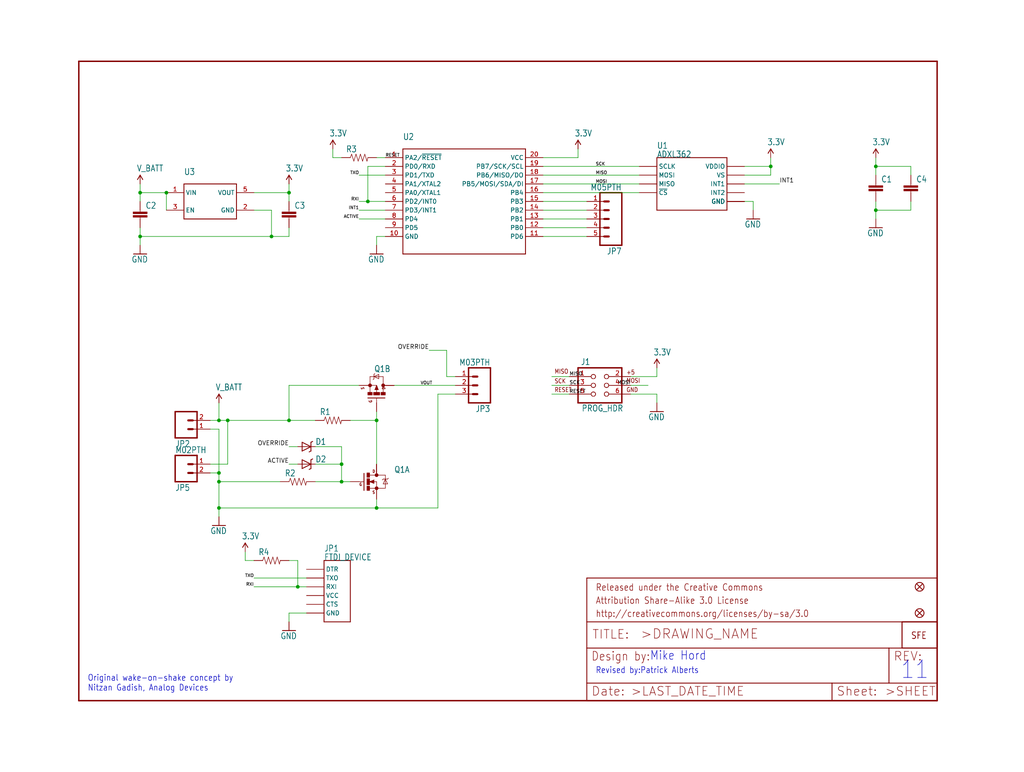
<source format=kicad_sch>
(kicad_sch (version 20211123) (generator eeschema)
  (paper "User" 297.002 223.926)
  (lib_symbols
    (symbol "eagleSchem-eagle-import:0.1UF-25V(+80{slash}-20%)(0603)"
      (property "Reference" "C" (at 1.524 2.921 0))
      (property "Value" "0.1UF-25V(+80{slash}-20%)(0603)" (at 1.524 -2.159 0))
      (symbol "0.1UF-25V(+80{slash}-20%)(0603)_1_0"
        (rectangle (start -2.032 0.508) (end 2.032 1.016) (fill (type outline)))
        (rectangle (start -2.032 1.524) (end 2.032 2.032) (fill (type outline)))
        (polyline (pts (xy 0 0) (xy 0 0.508)) (stroke (width 0.1524)))
        (polyline (pts (xy 0 2.54) (xy 0 2.032)) (stroke (width 0.1524)))
        (pin passive line (at 0 5.08 270) (length 2.54) (name "1") (number "1"))
        (pin passive line (at 0 -2.54 90) (length 2.54) (name "2") (number "2"))
      )
    )
    (symbol "eagleSchem-eagle-import:1.0UF-16V-10%(0603)"
      (property "Reference" "C" (at 1.524 2.921 0))
      (property "Value" "1.0UF-16V-10%(0603)" (at 1.524 -2.159 0))
      (symbol "1.0UF-16V-10%(0603)_1_0"
        (rectangle (start -2.032 0.508) (end 2.032 1.016) (fill (type outline)))
        (rectangle (start -2.032 1.524) (end 2.032 2.032) (fill (type outline)))
        (polyline (pts (xy 0 0) (xy 0 0.508)) (stroke (width 0.1524)))
        (polyline (pts (xy 0 2.54) (xy 0 2.032)) (stroke (width 0.1524)))
        (pin passive line (at 0 5.08 270) (length 2.54) (name "1") (number "1"))
        (pin passive line (at 0 -2.54 90) (length 2.54) (name "2") (number "2"))
      )
    )
    (symbol "eagleSchem-eagle-import:10K-1%RES-00824"
      (property "Reference" "R" (at -3.81 1.4986 0))
      (property "Value" "10K-1%RES-00824" (at -3.81 -3.302 0))
      (symbol "10K-1%RES-00824_1_0"
        (polyline (pts (xy -2.54 0) (xy -2.159 1.016)) (stroke (width 0.1524)))
        (polyline (pts (xy -2.159 1.016) (xy -1.524 -1.016)) (stroke (width 0.1524)))
        (polyline (pts (xy -1.524 -1.016) (xy -0.889 1.016)) (stroke (width 0.1524)))
        (polyline (pts (xy -0.889 1.016) (xy -0.254 -1.016)) (stroke (width 0.1524)))
        (polyline (pts (xy -0.254 -1.016) (xy 0.381 1.016)) (stroke (width 0.1524)))
        (polyline (pts (xy 0.381 1.016) (xy 1.016 -1.016)) (stroke (width 0.1524)))
        (polyline (pts (xy 1.016 -1.016) (xy 1.651 1.016)) (stroke (width 0.1524)))
        (polyline (pts (xy 1.651 1.016) (xy 2.286 -1.016)) (stroke (width 0.1524)))
        (polyline (pts (xy 2.286 -1.016) (xy 2.54 0)) (stroke (width 0.1524)))
        (pin passive line (at -5.08 0 0) (length 2.54) (name "1") (number "1"))
        (pin passive line (at 5.08 0 180) (length 2.54) (name "2") (number "2"))
      )
    )
    (symbol "eagleSchem-eagle-import:1MOHM1{slash}10W1%(0603)"
      (property "Reference" "R" (at -3.81 1.4986 0))
      (property "Value" "1MOHM1{slash}10W1%(0603)" (at -3.81 -3.302 0))
      (symbol "1MOHM1{slash}10W1%(0603)_1_0"
        (polyline (pts (xy -2.54 0) (xy -2.159 1.016)) (stroke (width 0.1524)))
        (polyline (pts (xy -2.159 1.016) (xy -1.524 -1.016)) (stroke (width 0.1524)))
        (polyline (pts (xy -1.524 -1.016) (xy -0.889 1.016)) (stroke (width 0.1524)))
        (polyline (pts (xy -0.889 1.016) (xy -0.254 -1.016)) (stroke (width 0.1524)))
        (polyline (pts (xy -0.254 -1.016) (xy 0.381 1.016)) (stroke (width 0.1524)))
        (polyline (pts (xy 0.381 1.016) (xy 1.016 -1.016)) (stroke (width 0.1524)))
        (polyline (pts (xy 1.016 -1.016) (xy 1.651 1.016)) (stroke (width 0.1524)))
        (polyline (pts (xy 1.651 1.016) (xy 2.286 -1.016)) (stroke (width 0.1524)))
        (polyline (pts (xy 2.286 -1.016) (xy 2.54 0)) (stroke (width 0.1524)))
        (pin passive line (at -5.08 0 0) (length 2.54) (name "1") (number "1"))
        (pin passive line (at 5.08 0 180) (length 2.54) (name "2") (number "2"))
      )
    )
    (symbol "eagleSchem-eagle-import:3.3V" (power)
      (property "Value" "3.3V" (at -1.016 3.556 0))
      (symbol "3.3V_1_0"
        (polyline (pts (xy 0 2.54) (xy -0.762 1.27)) (stroke (width 0.254)))
        (polyline (pts (xy 0.762 1.27) (xy 0 2.54)) (stroke (width 0.254)))
        (pin power_in line (at 0 0 90) (length 2.54) (name "3.3V") (number "1"))
      )
    )
    (symbol "eagleSchem-eagle-import:ADP160"
      (property "Reference" "U" (at -7.62 7.62 0))
      (property "Value" "ADP160" (at -7.62 5.08 0))
      (symbol "ADP160_1_0"
        (polyline (pts (xy -7.62 -5.08) (xy 7.62 -5.08)) (stroke (width 0.254)))
        (polyline (pts (xy -7.62 5.08) (xy -7.62 -5.08)) (stroke (width 0.254)))
        (polyline (pts (xy 7.62 -5.08) (xy 7.62 5.08)) (stroke (width 0.254)))
        (polyline (pts (xy 7.62 5.08) (xy -7.62 5.08)) (stroke (width 0.254)))
        (pin bidirectional line (at -12.7 2.54 0) (length 5.08) (name "VIN") (number "1"))
        (pin bidirectional line (at 12.7 -2.54 180) (length 5.08) (name "GND") (number "2"))
        (pin bidirectional line (at -12.7 -2.54 0) (length 5.08) (name "EN") (number "3"))
        (pin bidirectional line (at 12.7 2.54 180) (length 5.08) (name "VOUT") (number "5"))
      )
    )
    (symbol "eagleSchem-eagle-import:ADXL362ADXL362-1{colon}1"
      (property "Reference" "U" (at -10.16 10.16 0))
      (property "Value" "ADXL362ADXL362-1{colon}1" (at -10.16 7.62 0))
      (symbol "ADXL362ADXL362-1{colon}1_1_0"
        (polyline (pts (xy -10.16 -7.62) (xy 10.16 -7.62)) (stroke (width 0.254)))
        (polyline (pts (xy -10.16 7.62) (xy -10.16 -7.62)) (stroke (width 0.254)))
        (polyline (pts (xy 10.16 -7.62) (xy 10.16 7.62)) (stroke (width 0.254)))
        (polyline (pts (xy 10.16 7.62) (xy -10.16 7.62)) (stroke (width 0.254)))
        (pin bidirectional line (at 15.24 5.08 180) (length 5.08) (name "VDDIO") (number "P$1"))
        (pin bidirectional line (at 15.24 0 180) (length 5.08) (name "INT1") (number "P$11"))
        (pin bidirectional line (at 15.24 -5.08 180) (length 5.08) (name "GND") (number "P$12"))
        (pin bidirectional line (at 15.24 -5.08 180) (length 5.08) (name "GND") (number "P$13"))
        (pin bidirectional line (at 15.24 2.54 180) (length 5.08) (name "VS") (number "P$14"))
        (pin bidirectional line (at 15.24 -5.08 180) (length 5.08) (name "GND") (number "P$16"))
        (pin bidirectional line (at -15.24 5.08 0) (length 5.08) (name "SCLK") (number "P$4"))
        (pin bidirectional line (at -15.24 2.54 0) (length 5.08) (name "MOSI") (number "P$6"))
        (pin bidirectional line (at -15.24 0 0) (length 5.08) (name "MISO") (number "P$7"))
        (pin bidirectional line (at -15.24 -2.54 0) (length 5.08) (name "~{CS}") (number "P$8"))
        (pin bidirectional line (at 15.24 -2.54 180) (length 5.08) (name "INT2") (number "P$9"))
      )
    )
    (symbol "eagleSchem-eagle-import:ATTINY2313A"
      (property "Reference" "U" (at -17.78 17.78 0))
      (property "Value" "ATTINY2313A" (at -17.78 15.24 0))
      (symbol "ATTINY2313A_1_0"
        (polyline (pts (xy -17.78 -15.24) (xy 17.78 -15.24)) (stroke (width 0.254)))
        (polyline (pts (xy -17.78 15.24) (xy -17.78 -15.24)) (stroke (width 0.254)))
        (polyline (pts (xy 17.78 -15.24) (xy 17.78 15.24)) (stroke (width 0.254)))
        (polyline (pts (xy 17.78 15.24) (xy -17.78 15.24)) (stroke (width 0.254)))
        (pin bidirectional line (at -22.86 12.7 0) (length 5.08) (name "PA2/~{RESET}") (number "1"))
        (pin bidirectional line (at -22.86 -10.16 0) (length 5.08) (name "GND") (number "10"))
        (pin bidirectional line (at 22.86 -10.16 180) (length 5.08) (name "PD6") (number "11"))
        (pin bidirectional line (at 22.86 -7.62 180) (length 5.08) (name "PB0") (number "12"))
        (pin bidirectional line (at 22.86 -5.08 180) (length 5.08) (name "PB1") (number "13"))
        (pin bidirectional line (at 22.86 -2.54 180) (length 5.08) (name "PB2") (number "14"))
        (pin bidirectional line (at 22.86 0 180) (length 5.08) (name "PB3") (number "15"))
        (pin bidirectional line (at 22.86 2.54 180) (length 5.08) (name "PB4") (number "16"))
        (pin bidirectional line (at 22.86 5.08 180) (length 5.08) (name "PB5/MOSI/SDA/DI") (number "17"))
        (pin bidirectional line (at 22.86 7.62 180) (length 5.08) (name "PB6/MISO/DO") (number "18"))
        (pin bidirectional line (at 22.86 10.16 180) (length 5.08) (name "PB7/SCK/SCL") (number "19"))
        (pin bidirectional line (at -22.86 10.16 0) (length 5.08) (name "PD0/RXD") (number "2"))
        (pin bidirectional line (at 22.86 12.7 180) (length 5.08) (name "VCC") (number "20"))
        (pin bidirectional line (at -22.86 7.62 0) (length 5.08) (name "PD1/TXD") (number "3"))
        (pin bidirectional line (at -22.86 5.08 0) (length 5.08) (name "PA1/XTAL2") (number "4"))
        (pin bidirectional line (at -22.86 2.54 0) (length 5.08) (name "PA0/XTAL1") (number "5"))
        (pin bidirectional line (at -22.86 0 0) (length 5.08) (name "PD2/INT0") (number "6"))
        (pin bidirectional line (at -22.86 -2.54 0) (length 5.08) (name "PD3/INT1") (number "7"))
        (pin bidirectional line (at -22.86 -5.08 0) (length 5.08) (name "PD4") (number "8"))
        (pin bidirectional line (at -22.86 -7.62 0) (length 5.08) (name "PD5") (number "9"))
      )
    )
    (symbol "eagleSchem-eagle-import:AVR_SPI_PRG_6PTH"
      (property "Reference" "J" (at -4.318 5.842 0))
      (property "Value" "AVR_SPI_PRG_6PTH" (at -4.064 -7.62 0))
      (symbol "AVR_SPI_PRG_6PTH_1_0"
        (polyline (pts (xy -5.08 -5.08) (xy 7.62 -5.08)) (stroke (width 0.4064)))
        (polyline (pts (xy -5.08 5.08) (xy -5.08 -5.08)) (stroke (width 0.4064)))
        (polyline (pts (xy 7.62 -5.08) (xy 7.62 5.08)) (stroke (width 0.4064)))
        (polyline (pts (xy 7.62 5.08) (xy -5.08 5.08)) (stroke (width 0.4064)))
        (text "+5" (at 8.89 3.048 0) (effects (font (size 1.27 1.0795)) (justify left bottom)))
        (text "GND" (at 8.89 -2.032 0) (effects (font (size 1.27 1.0795)) (justify left bottom)))
        (text "MISO" (at -11.938 3.302 0) (effects (font (size 1.27 1.0795)) (justify left bottom)))
        (text "MOSI" (at 8.89 0.635 0) (effects (font (size 1.27 1.0795)) (justify left bottom)))
        (text "RESET" (at -11.938 -2.032 0) (effects (font (size 1.27 1.0795)) (justify left bottom)))
        (text "SCK" (at -11.938 0.508 0) (effects (font (size 1.27 1.0795)) (justify left bottom)))
        (pin passive inverted (at -7.62 2.54 0) (length 7.62) (name "1") (number "1"))
        (pin passive inverted (at 10.16 2.54 180) (length 7.62) (name "2") (number "2"))
        (pin passive inverted (at -7.62 0 0) (length 7.62) (name "3") (number "3"))
        (pin passive inverted (at 10.16 0 180) (length 7.62) (name "4") (number "4"))
        (pin passive inverted (at -7.62 -2.54 0) (length 7.62) (name "5") (number "5"))
        (pin passive inverted (at 10.16 -2.54 180) (length 7.62) (name "6") (number "6"))
      )
    )
    (symbol "eagleSchem-eagle-import:DIODE-SCHOTTKY"
      (property "Reference" "D" (at 2.54 0.4826 0))
      (property "Value" "DIODE-SCHOTTKY" (at 2.54 -2.3114 0))
      (symbol "DIODE-SCHOTTKY_1_0"
        (polyline (pts (xy -1.27 -1.27) (xy 1.27 0)) (stroke (width 0.254)))
        (polyline (pts (xy -1.27 1.27) (xy -1.27 -1.27)) (stroke (width 0.254)))
        (polyline (pts (xy 1.27 -1.27) (xy 0.762 -1.524)) (stroke (width 0.254)))
        (polyline (pts (xy 1.27 0) (xy -1.27 1.27)) (stroke (width 0.254)))
        (polyline (pts (xy 1.27 0) (xy 1.27 -1.27)) (stroke (width 0.254)))
        (polyline (pts (xy 1.27 1.27) (xy 1.27 0)) (stroke (width 0.254)))
        (polyline (pts (xy 1.27 1.27) (xy 1.778 1.524)) (stroke (width 0.254)))
        (pin passive line (at -2.54 0 0) (length 2.54) (name "A") (number "A"))
        (pin passive line (at 2.54 0 180) (length 2.54) (name "C") (number "C"))
      )
    )
    (symbol "eagleSchem-eagle-import:FIDUCIAL1X2"
      (symbol "FIDUCIAL1X2_1_0"
        (polyline (pts (xy -0.762 0.762) (xy 0.762 -0.762)) (stroke (width 0.254)))
        (polyline (pts (xy 0.762 0.762) (xy -0.762 -0.762)) (stroke (width 0.254)))
        (circle (center 0 0) (radius 1.27) (stroke (width 0.254)))
      )
    )
    (symbol "eagleSchem-eagle-import:FRAME-LETTER"
      (symbol "FRAME-LETTER_1_0"
        (polyline (pts (xy 0 0) (xy 248.92 0)) (stroke (width 0.4064)))
        (polyline (pts (xy 0 185.42) (xy 0 0)) (stroke (width 0.4064)))
        (polyline (pts (xy 0 185.42) (xy 248.92 185.42)) (stroke (width 0.4064)))
        (polyline (pts (xy 248.92 185.42) (xy 248.92 0)) (stroke (width 0.4064)))
      )
      (symbol "FRAME-LETTER_2_0"
        (polyline (pts (xy 0 0) (xy 0 5.08)) (stroke (width 0.254)))
        (polyline (pts (xy 0 0) (xy 71.12 0)) (stroke (width 0.254)))
        (polyline (pts (xy 0 5.08) (xy 0 15.24)) (stroke (width 0.254)))
        (polyline (pts (xy 0 5.08) (xy 71.12 5.08)) (stroke (width 0.254)))
        (polyline (pts (xy 0 15.24) (xy 0 22.86)) (stroke (width 0.254)))
        (polyline (pts (xy 0 22.86) (xy 0 35.56)) (stroke (width 0.254)))
        (polyline (pts (xy 0 22.86) (xy 101.6 22.86)) (stroke (width 0.254)))
        (polyline (pts (xy 71.12 0) (xy 101.6 0)) (stroke (width 0.254)))
        (polyline (pts (xy 71.12 5.08) (xy 71.12 0)) (stroke (width 0.254)))
        (polyline (pts (xy 71.12 5.08) (xy 87.63 5.08)) (stroke (width 0.254)))
        (polyline (pts (xy 87.63 5.08) (xy 101.6 5.08)) (stroke (width 0.254)))
        (polyline (pts (xy 87.63 15.24) (xy 0 15.24)) (stroke (width 0.254)))
        (polyline (pts (xy 87.63 15.24) (xy 87.63 5.08)) (stroke (width 0.254)))
        (polyline (pts (xy 101.6 5.08) (xy 101.6 0)) (stroke (width 0.254)))
        (polyline (pts (xy 101.6 15.24) (xy 87.63 15.24)) (stroke (width 0.254)))
        (polyline (pts (xy 101.6 15.24) (xy 101.6 5.08)) (stroke (width 0.254)))
        (polyline (pts (xy 101.6 22.86) (xy 101.6 15.24)) (stroke (width 0.254)))
        (polyline (pts (xy 101.6 35.56) (xy 0 35.56)) (stroke (width 0.254)))
        (polyline (pts (xy 101.6 35.56) (xy 101.6 22.86)) (stroke (width 0.254)))
        (text ">DRAWING_NAME" (at 15.494 17.78 0) (effects (font (size 2.7432 2.7432)) (justify left bottom)))
        (text ">LAST_DATE_TIME" (at 12.7 1.27 0) (effects (font (size 2.54 2.54)) (justify left bottom)))
        (text ">SHEET" (at 86.36 1.27 0) (effects (font (size 2.54 2.54)) (justify left bottom)))
        (text "Attribution Share-Alike 3.0 License" (at 2.54 27.94 0) (effects (font (size 1.9304 1.6408)) (justify left bottom)))
        (text "Date:" (at 1.27 1.27 0) (effects (font (size 2.54 2.54)) (justify left bottom)))
        (text "Design by:" (at 1.27 11.43 0) (effects (font (size 2.54 2.159)) (justify left bottom)))
        (text "http://creativecommons.org/licenses/by-sa/3.0" (at 2.54 24.13 0) (effects (font (size 1.9304 1.6408)) (justify left bottom)))
        (text "Released under the Creative Commons" (at 2.54 31.75 0) (effects (font (size 1.9304 1.6408)) (justify left bottom)))
        (text "REV:" (at 88.9 11.43 0) (effects (font (size 2.54 2.54)) (justify left bottom)))
        (text "Sheet:" (at 72.39 1.27 0) (effects (font (size 2.54 2.54)) (justify left bottom)))
        (text "TITLE:" (at 1.524 17.78 0) (effects (font (size 2.54 2.54)) (justify left bottom)))
      )
    )
    (symbol "eagleSchem-eagle-import:FTDI_DEVICE"
      (property "Reference" "JP" (at 0 10.16 0))
      (property "Value" "FTDI_DEVICE" (at 0 7.62 0))
      (symbol "FTDI_DEVICE_1_0"
        (polyline (pts (xy 0 -10.16) (xy 7.62 -10.16)) (stroke (width 0.254)))
        (polyline (pts (xy 0 7.62) (xy 0 -10.16)) (stroke (width 0.254)))
        (polyline (pts (xy 7.62 -10.16) (xy 7.62 7.62)) (stroke (width 0.254)))
        (polyline (pts (xy 7.62 7.62) (xy 0 7.62)) (stroke (width 0.254)))
        (pin bidirectional line (at -5.08 5.08 0) (length 5.08) (name "DTR") (number "P$1"))
        (pin bidirectional line (at -5.08 2.54 0) (length 5.08) (name "TXO") (number "P$2"))
        (pin bidirectional line (at -5.08 0 0) (length 5.08) (name "RXI") (number "P$3"))
        (pin bidirectional line (at -5.08 -2.54 0) (length 5.08) (name "VCC") (number "P$4"))
        (pin bidirectional line (at -5.08 -5.08 0) (length 5.08) (name "CTS") (number "P$5"))
        (pin bidirectional line (at -5.08 -7.62 0) (length 5.08) (name "GND") (number "P$6"))
      )
    )
    (symbol "eagleSchem-eagle-import:GND" (power)
      (property "Value" "GND" (at -2.54 -2.54 0))
      (symbol "GND_1_0"
        (polyline (pts (xy -1.905 0) (xy 1.905 0)) (stroke (width 0.254)))
        (pin power_in line (at 0 2.54 270) (length 2.54) (name "GND") (number "1"))
      )
    )
    (symbol "eagleSchem-eagle-import:IRF7509"
      (property "Reference" "Q" (at 5.08 2.54 0))
      (property "Value" "IRF7509" (at 5.08 0 0))
      (symbol "IRF7509_1_0"
        (rectangle (start -2.794 -2.54) (end -2.032 -1.27) (fill (type outline)))
        (rectangle (start -2.794 -0.889) (end -2.032 0.889) (fill (type outline)))
        (rectangle (start -2.794 1.27) (end -2.032 2.54) (fill (type outline)))
        (circle (center 0 -1.905) (radius 0.127) (stroke (width 0.4064)))
        (polyline (pts (xy -3.81 0) (xy -5.08 0)) (stroke (width 0.1524)))
        (polyline (pts (xy -3.6576 2.413) (xy -3.6576 -2.54)) (stroke (width 0.254)))
        (polyline (pts (xy -2.032 -1.905) (xy 0 -1.905)) (stroke (width 0.1524)))
        (polyline (pts (xy -2.032 0) (xy -0.762 -0.508)) (stroke (width 0.1524)))
        (polyline (pts (xy -1.778 0) (xy -0.889 -0.254)) (stroke (width 0.3048)))
        (polyline (pts (xy -0.889 -0.254) (xy -0.889 0)) (stroke (width 0.3048)))
        (polyline (pts (xy -0.889 0) (xy -1.143 0)) (stroke (width 0.3048)))
        (polyline (pts (xy -0.889 0) (xy 0 0)) (stroke (width 0.1524)))
        (polyline (pts (xy -0.889 0.254) (xy -1.778 0)) (stroke (width 0.3048)))
        (polyline (pts (xy -0.762 -0.508) (xy -0.762 0.508)) (stroke (width 0.1524)))
        (polyline (pts (xy -0.762 0.508) (xy -2.032 0)) (stroke (width 0.1524)))
        (polyline (pts (xy 0 -1.905) (xy 0 -2.54)) (stroke (width 0.1524)))
        (polyline (pts (xy 0 0) (xy 0 -1.905)) (stroke (width 0.1524)))
        (polyline (pts (xy 0 1.905) (xy -2.0066 1.905)) (stroke (width 0.1524)))
        (polyline (pts (xy 0 1.905) (xy 2.54 1.905)) (stroke (width 0.1524)))
        (polyline (pts (xy 0 2.54) (xy 0 1.905)) (stroke (width 0.1524)))
        (polyline (pts (xy 1.905 -0.635) (xy 3.175 -0.635)) (stroke (width 0.1524)))
        (polyline (pts (xy 1.905 0.762) (xy 1.651 0.508)) (stroke (width 0.1524)))
        (polyline (pts (xy 1.905 0.762) (xy 2.54 0.762)) (stroke (width 0.1524)))
        (polyline (pts (xy 2.54 -1.905) (xy 0 -1.905)) (stroke (width 0.1524)))
        (polyline (pts (xy 2.54 0.762) (xy 1.905 -0.635)) (stroke (width 0.1524)))
        (polyline (pts (xy 2.54 0.762) (xy 2.54 -1.905)) (stroke (width 0.1524)))
        (polyline (pts (xy 2.54 0.762) (xy 3.175 0.762)) (stroke (width 0.1524)))
        (polyline (pts (xy 2.54 1.905) (xy 2.54 0.762)) (stroke (width 0.1524)))
        (polyline (pts (xy 3.175 -0.635) (xy 2.54 0.762)) (stroke (width 0.1524)))
        (polyline (pts (xy 3.175 0.762) (xy 3.429 1.016)) (stroke (width 0.1524)))
        (circle (center 0 1.905) (radius 0.127) (stroke (width 0.4064)))
        (text "D" (at -1.27 2.54 0) (effects (font (size 0.8128 0.6908)) (justify left bottom)))
        (text "G" (at -5.08 -1.27 0) (effects (font (size 0.8128 0.6908)) (justify left bottom)))
        (text "S" (at -1.27 -3.556 0) (effects (font (size 0.8128 0.6908)) (justify left bottom)))
        (pin passive line (at 0 -5.08 90) (length 2.54) (name "S") (number "1"))
        (pin passive line (at -7.62 0 0) (length 2.54) (name "G") (number "2"))
        (pin passive line (at 0 5.08 270) (length 2.54) (name "D") (number "7"))
        (pin passive line (at 0 5.08 270) (length 2.54) (name "D") (number "8"))
      )
      (symbol "IRF7509_2_0"
        (rectangle (start -2.794 -2.54) (end -2.032 -1.27) (fill (type outline)))
        (rectangle (start -2.794 -0.889) (end -2.032 0.889) (fill (type outline)))
        (rectangle (start -2.794 1.27) (end -2.032 2.54) (fill (type outline)))
        (circle (center 0 -1.905) (radius 0.127) (stroke (width 0.4064)))
        (polyline (pts (xy -3.81 0) (xy -5.08 0)) (stroke (width 0.1524)))
        (polyline (pts (xy -3.6576 2.413) (xy -3.6576 -2.54)) (stroke (width 0.254)))
        (polyline (pts (xy -2.032 -1.905) (xy 0 -1.905)) (stroke (width 0.1524)))
        (polyline (pts (xy -1.27 -0.508) (xy 0 0)) (stroke (width 0.1524)))
        (polyline (pts (xy -1.27 0.508) (xy -1.27 -0.508)) (stroke (width 0.1524)))
        (polyline (pts (xy -1.143 -0.254) (xy -0.254 0)) (stroke (width 0.3048)))
        (polyline (pts (xy -1.143 0) (xy -2.032 0)) (stroke (width 0.1524)))
        (polyline (pts (xy -1.143 0) (xy -0.889 0)) (stroke (width 0.3048)))
        (polyline (pts (xy -1.143 0.254) (xy -1.143 0)) (stroke (width 0.3048)))
        (polyline (pts (xy -0.254 0) (xy -1.143 0.254)) (stroke (width 0.3048)))
        (polyline (pts (xy 0 -1.905) (xy 0 -2.54)) (stroke (width 0.1524)))
        (polyline (pts (xy 0 0) (xy -1.27 0.508)) (stroke (width 0.1524)))
        (polyline (pts (xy 0 0) (xy 0 -1.905)) (stroke (width 0.1524)))
        (polyline (pts (xy 0 1.905) (xy -2.0066 1.905)) (stroke (width 0.1524)))
        (polyline (pts (xy 0 1.905) (xy 2.54 1.905)) (stroke (width 0.1524)))
        (polyline (pts (xy 0 2.54) (xy 0 1.905)) (stroke (width 0.1524)))
        (polyline (pts (xy 1.905 -0.762) (xy 1.651 -1.016)) (stroke (width 0.1524)))
        (polyline (pts (xy 1.905 0.635) (xy 2.54 -0.762)) (stroke (width 0.1524)))
        (polyline (pts (xy 2.54 -1.905) (xy 0 -1.905)) (stroke (width 0.1524)))
        (polyline (pts (xy 2.54 -1.905) (xy 2.54 -0.762)) (stroke (width 0.1524)))
        (polyline (pts (xy 2.54 -0.762) (xy 1.905 -0.762)) (stroke (width 0.1524)))
        (polyline (pts (xy 2.54 -0.762) (xy 2.54 1.905)) (stroke (width 0.1524)))
        (polyline (pts (xy 2.54 -0.762) (xy 3.175 0.635)) (stroke (width 0.1524)))
        (polyline (pts (xy 3.175 -0.762) (xy 2.54 -0.762)) (stroke (width 0.1524)))
        (polyline (pts (xy 3.175 -0.762) (xy 3.429 -0.508)) (stroke (width 0.1524)))
        (polyline (pts (xy 3.175 0.635) (xy 1.905 0.635)) (stroke (width 0.1524)))
        (circle (center 0 1.905) (radius 0.127) (stroke (width 0.4064)))
        (text "D" (at -1.27 2.54 0) (effects (font (size 0.8128 0.6908)) (justify left bottom)))
        (text "G" (at -5.08 -1.27 0) (effects (font (size 0.8128 0.6908)) (justify left bottom)))
        (text "S" (at -1.27 -3.556 0) (effects (font (size 0.8128 0.6908)) (justify left bottom)))
        (pin passive line (at 0 -5.08 90) (length 2.54) (name "S") (number "3"))
        (pin passive line (at -7.62 0 0) (length 2.54) (name "G") (number "4"))
        (pin passive line (at 0 5.08 270) (length 2.54) (name "D") (number "5"))
        (pin passive line (at 0 5.08 270) (length 2.54) (name "D") (number "6"))
      )
    )
    (symbol "eagleSchem-eagle-import:LOGO-SFENEW"
      (symbol "LOGO-SFENEW_1_0"
        (polyline (pts (xy -2.54 -2.54) (xy 7.62 -2.54)) (stroke (width 0.254)))
        (polyline (pts (xy -2.54 5.08) (xy -2.54 -2.54)) (stroke (width 0.254)))
        (polyline (pts (xy 7.62 -2.54) (xy 7.62 5.08)) (stroke (width 0.254)))
        (polyline (pts (xy 7.62 5.08) (xy -2.54 5.08)) (stroke (width 0.254)))
        (text "SFE" (at 0 0 0) (effects (font (size 1.9304 1.6408)) (justify left bottom)))
      )
    )
    (symbol "eagleSchem-eagle-import:LOGO-SFENW2"
      (symbol "LOGO-SFENW2_1_0"
        (polyline (pts (xy -2.54 -2.54) (xy 7.62 -2.54)) (stroke (width 0.254)))
        (polyline (pts (xy -2.54 5.08) (xy -2.54 -2.54)) (stroke (width 0.254)))
        (polyline (pts (xy 7.62 -2.54) (xy 7.62 5.08)) (stroke (width 0.254)))
        (polyline (pts (xy 7.62 5.08) (xy -2.54 5.08)) (stroke (width 0.254)))
        (text "SFE" (at 0 0 0) (effects (font (size 1.9304 1.6408)) (justify left bottom)))
      )
    )
    (symbol "eagleSchem-eagle-import:M02-JST-2MM-SMT"
      (property "Reference" "JP" (at -2.54 5.842 0))
      (property "Value" "M02-JST-2MM-SMT" (at -2.54 -5.08 0))
      (symbol "M02-JST-2MM-SMT_1_0"
        (polyline (pts (xy -2.54 5.08) (xy -2.54 -2.54)) (stroke (width 0.4064)))
        (polyline (pts (xy -2.54 5.08) (xy 3.81 5.08)) (stroke (width 0.4064)))
        (polyline (pts (xy 1.27 0) (xy 2.54 0)) (stroke (width 0.6096)))
        (polyline (pts (xy 1.27 2.54) (xy 2.54 2.54)) (stroke (width 0.6096)))
        (polyline (pts (xy 3.81 -2.54) (xy -2.54 -2.54)) (stroke (width 0.4064)))
        (polyline (pts (xy 3.81 -2.54) (xy 3.81 5.08)) (stroke (width 0.4064)))
        (pin passive line (at 7.62 2.54 180) (length 5.08) (name "2") (number "1"))
        (pin passive line (at 7.62 0 180) (length 5.08) (name "1") (number "2"))
      )
    )
    (symbol "eagleSchem-eagle-import:M02PTH"
      (property "Reference" "JP" (at -2.54 5.842 0))
      (property "Value" "M02PTH" (at -2.54 -5.08 0))
      (symbol "M02PTH_1_0"
        (polyline (pts (xy -2.54 5.08) (xy -2.54 -2.54)) (stroke (width 0.4064)))
        (polyline (pts (xy -2.54 5.08) (xy 3.81 5.08)) (stroke (width 0.4064)))
        (polyline (pts (xy 1.27 0) (xy 2.54 0)) (stroke (width 0.6096)))
        (polyline (pts (xy 1.27 2.54) (xy 2.54 2.54)) (stroke (width 0.6096)))
        (polyline (pts (xy 3.81 -2.54) (xy -2.54 -2.54)) (stroke (width 0.4064)))
        (polyline (pts (xy 3.81 -2.54) (xy 3.81 5.08)) (stroke (width 0.4064)))
        (pin passive line (at 7.62 0 180) (length 5.08) (name "1") (number "1"))
        (pin passive line (at 7.62 2.54 180) (length 5.08) (name "2") (number "2"))
      )
    )
    (symbol "eagleSchem-eagle-import:M03PTH"
      (property "Reference" "JP" (at -2.54 5.842 0))
      (property "Value" "M03PTH" (at -2.54 -7.62 0))
      (symbol "M03PTH_1_0"
        (polyline (pts (xy -2.54 5.08) (xy -2.54 -5.08)) (stroke (width 0.4064)))
        (polyline (pts (xy -2.54 5.08) (xy 3.81 5.08)) (stroke (width 0.4064)))
        (polyline (pts (xy 1.27 -2.54) (xy 2.54 -2.54)) (stroke (width 0.6096)))
        (polyline (pts (xy 1.27 0) (xy 2.54 0)) (stroke (width 0.6096)))
        (polyline (pts (xy 1.27 2.54) (xy 2.54 2.54)) (stroke (width 0.6096)))
        (polyline (pts (xy 3.81 -5.08) (xy -2.54 -5.08)) (stroke (width 0.4064)))
        (polyline (pts (xy 3.81 -5.08) (xy 3.81 5.08)) (stroke (width 0.4064)))
        (pin passive line (at 7.62 -2.54 180) (length 5.08) (name "1") (number "1"))
        (pin passive line (at 7.62 0 180) (length 5.08) (name "2") (number "2"))
        (pin passive line (at 7.62 2.54 180) (length 5.08) (name "3") (number "3"))
      )
    )
    (symbol "eagleSchem-eagle-import:M05PTH"
      (property "Reference" "JP" (at -2.54 8.382 0))
      (property "Value" "M05PTH" (at -2.54 -10.16 0))
      (symbol "M05PTH_1_0"
        (polyline (pts (xy -2.54 7.62) (xy -2.54 -7.62)) (stroke (width 0.4064)))
        (polyline (pts (xy -2.54 7.62) (xy 3.81 7.62)) (stroke (width 0.4064)))
        (polyline (pts (xy 1.27 -5.08) (xy 2.54 -5.08)) (stroke (width 0.6096)))
        (polyline (pts (xy 1.27 -2.54) (xy 2.54 -2.54)) (stroke (width 0.6096)))
        (polyline (pts (xy 1.27 0) (xy 2.54 0)) (stroke (width 0.6096)))
        (polyline (pts (xy 1.27 2.54) (xy 2.54 2.54)) (stroke (width 0.6096)))
        (polyline (pts (xy 1.27 5.08) (xy 2.54 5.08)) (stroke (width 0.6096)))
        (polyline (pts (xy 3.81 -7.62) (xy -2.54 -7.62)) (stroke (width 0.4064)))
        (polyline (pts (xy 3.81 -7.62) (xy 3.81 7.62)) (stroke (width 0.4064)))
        (pin passive line (at 7.62 -5.08 180) (length 5.08) (name "1") (number "1"))
        (pin passive line (at 7.62 -2.54 180) (length 5.08) (name "2") (number "2"))
        (pin passive line (at 7.62 0 180) (length 5.08) (name "3") (number "3"))
        (pin passive line (at 7.62 2.54 180) (length 5.08) (name "4") (number "4"))
        (pin passive line (at 7.62 5.08 180) (length 5.08) (name "5") (number "5"))
      )
    )
    (symbol "eagleSchem-eagle-import:RB751"
      (property "Reference" "D" (at 2.54 0.4826 0))
      (property "Value" "RB751" (at 2.54 -2.3114 0))
      (symbol "RB751_1_0"
        (polyline (pts (xy -1.27 -1.27) (xy 1.27 0)) (stroke (width 0.254)))
        (polyline (pts (xy -1.27 1.27) (xy -1.27 -1.27)) (stroke (width 0.254)))
        (polyline (pts (xy 1.27 -1.27) (xy 0.762 -1.524)) (stroke (width 0.254)))
        (polyline (pts (xy 1.27 0) (xy -1.27 1.27)) (stroke (width 0.254)))
        (polyline (pts (xy 1.27 0) (xy 1.27 -1.27)) (stroke (width 0.254)))
        (polyline (pts (xy 1.27 1.27) (xy 1.27 0)) (stroke (width 0.254)))
        (polyline (pts (xy 1.27 1.27) (xy 1.778 1.524)) (stroke (width 0.254)))
        (pin passive line (at -2.54 0 0) (length 2.54) (name "A") (number "A"))
        (pin passive line (at 2.54 0 180) (length 2.54) (name "C") (number "C"))
      )
    )
    (symbol "eagleSchem-eagle-import:V_BATT" (power)
      (property "Value" "V_BATT" (at -1.016 3.556 0))
      (symbol "V_BATT_1_0"
        (polyline (pts (xy 0 2.54) (xy -0.762 1.27)) (stroke (width 0.254)))
        (polyline (pts (xy 0.762 1.27) (xy 0 2.54)) (stroke (width 0.254)))
        (pin power_in line (at 0 0 90) (length 2.54) (name "V_BATT") (number "1"))
      )
    )
  )
  (junction (at 48.26 55.88))
  (junction (at 63.5 147.32))
  (junction (at 83.82 55.88))
  (junction (at 106.68 58.42))
  (junction (at 99.06 139.7))
  (junction (at 78.74 68.58))
  (junction (at 109.22 121.92))
  (junction (at 223.52 48.26))
  (junction (at 40.64 55.88))
  (junction (at 99.06 134.62))
  (junction (at 86.36 170.18))
  (junction (at 83.82 121.92))
  (junction (at 63.5 137.16))
  (junction (at 63.5 139.7))
  (junction (at 40.64 68.58))
  (junction (at 66.04 121.92))
  (junction (at 254 60.96))
  (junction (at 109.22 147.32))
  (junction (at 254 48.26))
  (junction (at 63.5 121.92))
  (wire (pts (xy 83.82 68.58) (xy 83.82 66.04)))
  (wire (pts (xy 157.48 60.96) (xy 170.18 60.96)))
  (wire (pts (xy 111.76 63.5) (xy 104.14 63.5)))
  (wire (pts (xy 223.52 45.72) (xy 223.52 48.26)))
  (wire (pts (xy 88.9 177.8) (xy 83.82 177.8)))
  (wire (pts (xy 109.22 119.38) (xy 109.22 121.92)))
  (wire (pts (xy 73.66 60.96) (xy 78.74 60.96)))
  (wire (pts (xy 190.5 109.22) (xy 190.5 106.68)))
  (wire (pts (xy 182.88 111.76) (xy 187.96 111.76)))
  (wire (pts (xy 88.9 167.64) (xy 73.66 167.64)))
  (wire (pts (xy 111.76 48.26) (xy 106.68 48.26)))
  (wire (pts (xy 157.48 63.5) (xy 170.18 63.5)))
  (wire (pts (xy 215.9 58.42) (xy 218.44 58.42)))
  (wire (pts (xy 132.08 109.22) (xy 129.54 109.22)))
  (wire (pts (xy 165.1 111.76) (xy 160.02 111.76)))
  (wire (pts (xy 99.06 134.62) (xy 99.06 139.7)))
  (wire (pts (xy 99.06 129.54) (xy 99.06 134.62)))
  (wire (pts (xy 83.82 111.76) (xy 104.14 111.76)))
  (wire (pts (xy 63.5 121.92) (xy 63.5 116.84)))
  (wire (pts (xy 91.44 139.7) (xy 99.06 139.7)))
  (wire (pts (xy 111.76 50.8) (xy 104.14 50.8)))
  (wire (pts (xy 223.52 50.8) (xy 223.52 48.26)))
  (wire (pts (xy 71.12 160.02) (xy 71.12 162.56)))
  (wire (pts (xy 86.36 162.56) (xy 86.36 170.18)))
  (wire (pts (xy 40.64 66.04) (xy 40.64 68.58)))
  (wire (pts (xy 157.48 53.34) (xy 185.42 53.34)))
  (wire (pts (xy 254 60.96) (xy 254 58.42)))
  (wire (pts (xy 218.44 58.42) (xy 218.44 60.96)))
  (wire (pts (xy 86.36 134.62) (xy 83.82 134.62)))
  (wire (pts (xy 215.9 53.34) (xy 226.06 53.34)))
  (wire (pts (xy 66.04 121.92) (xy 83.82 121.92)))
  (wire (pts (xy 83.82 162.56) (xy 86.36 162.56)))
  (wire (pts (xy 78.74 68.58) (xy 83.82 68.58)))
  (wire (pts (xy 129.54 109.22) (xy 129.54 101.6)))
  (wire (pts (xy 63.5 137.16) (xy 63.5 124.46)))
  (wire (pts (xy 254 50.8) (xy 254 48.26)))
  (wire (pts (xy 48.26 55.88) (xy 40.64 55.88)))
  (wire (pts (xy 223.52 48.26) (xy 215.9 48.26)))
  (wire (pts (xy 99.06 139.7) (xy 101.6 139.7)))
  (wire (pts (xy 86.36 170.18) (xy 73.66 170.18)))
  (wire (pts (xy 40.64 68.58) (xy 40.64 71.12)))
  (wire (pts (xy 127 147.32) (xy 109.22 147.32)))
  (wire (pts (xy 182.88 114.3) (xy 190.5 114.3)))
  (wire (pts (xy 157.48 66.04) (xy 170.18 66.04)))
  (wire (pts (xy 63.5 147.32) (xy 63.5 139.7)))
  (wire (pts (xy 114.3 111.76) (xy 132.08 111.76)))
  (wire (pts (xy 73.66 55.88) (xy 83.82 55.88)))
  (wire (pts (xy 63.5 121.92) (xy 66.04 121.92)))
  (wire (pts (xy 40.64 55.88) (xy 40.64 53.34)))
  (wire (pts (xy 83.82 121.92) (xy 91.44 121.92)))
  (wire (pts (xy 157.48 45.72) (xy 167.64 45.72)))
  (wire (pts (xy 81.28 139.7) (xy 63.5 139.7)))
  (wire (pts (xy 83.82 121.92) (xy 83.82 111.76)))
  (wire (pts (xy 96.52 43.18) (xy 96.52 45.72)))
  (wire (pts (xy 83.82 177.8) (xy 83.82 180.34)))
  (wire (pts (xy 63.5 139.7) (xy 63.5 137.16)))
  (wire (pts (xy 167.64 45.72) (xy 167.64 43.18)))
  (wire (pts (xy 132.08 114.3) (xy 127 114.3)))
  (wire (pts (xy 190.5 114.3) (xy 190.5 116.84)))
  (wire (pts (xy 109.22 68.58) (xy 111.76 68.58)))
  (wire (pts (xy 86.36 129.54) (xy 83.82 129.54)))
  (wire (pts (xy 63.5 147.32) (xy 63.5 149.86)))
  (wire (pts (xy 71.12 162.56) (xy 73.66 162.56)))
  (wire (pts (xy 40.64 55.88) (xy 40.64 58.42)))
  (wire (pts (xy 264.16 50.8) (xy 264.16 48.26)))
  (wire (pts (xy 129.54 101.6) (xy 124.46 101.6)))
  (wire (pts (xy 157.48 58.42) (xy 170.18 58.42)))
  (wire (pts (xy 83.82 55.88) (xy 83.82 53.34)))
  (wire (pts (xy 264.16 48.26) (xy 254 48.26)))
  (wire (pts (xy 106.68 58.42) (xy 111.76 58.42)))
  (wire (pts (xy 78.74 60.96) (xy 78.74 68.58)))
  (wire (pts (xy 165.1 114.3) (xy 160.02 114.3)))
  (wire (pts (xy 127 114.3) (xy 127 147.32)))
  (wire (pts (xy 165.1 109.22) (xy 160.02 109.22)))
  (wire (pts (xy 109.22 121.92) (xy 109.22 134.62)))
  (wire (pts (xy 66.04 134.62) (xy 66.04 121.92)))
  (wire (pts (xy 88.9 170.18) (xy 86.36 170.18)))
  (wire (pts (xy 182.88 109.22) (xy 190.5 109.22)))
  (wire (pts (xy 60.96 124.46) (xy 63.5 124.46)))
  (wire (pts (xy 264.16 60.96) (xy 264.16 58.42)))
  (wire (pts (xy 157.48 48.26) (xy 185.42 48.26)))
  (wire (pts (xy 215.9 50.8) (xy 223.52 50.8)))
  (wire (pts (xy 96.52 45.72) (xy 99.06 45.72)))
  (wire (pts (xy 109.22 71.12) (xy 109.22 68.58)))
  (wire (pts (xy 48.26 60.96) (xy 48.26 55.88)))
  (wire (pts (xy 254 63.5) (xy 254 60.96)))
  (wire (pts (xy 109.22 147.32) (xy 63.5 147.32)))
  (wire (pts (xy 254 48.26) (xy 254 45.72)))
  (wire (pts (xy 109.22 45.72) (xy 111.76 45.72)))
  (wire (pts (xy 40.64 68.58) (xy 78.74 68.58)))
  (wire (pts (xy 106.68 48.26) (xy 106.68 58.42)))
  (wire (pts (xy 60.96 134.62) (xy 66.04 134.62)))
  (wire (pts (xy 157.48 50.8) (xy 185.42 50.8)))
  (wire (pts (xy 60.96 121.92) (xy 63.5 121.92)))
  (wire (pts (xy 254 60.96) (xy 264.16 60.96)))
  (wire (pts (xy 83.82 55.88) (xy 83.82 58.42)))
  (wire (pts (xy 111.76 60.96) (xy 104.14 60.96)))
  (wire (pts (xy 106.68 58.42) (xy 104.14 58.42)))
  (wire (pts (xy 60.96 137.16) (xy 63.5 137.16)))
  (wire (pts (xy 109.22 144.78) (xy 109.22 147.32)))
  (wire (pts (xy 157.48 68.58) (xy 170.18 68.58)))
  (wire (pts (xy 101.6 121.92) (xy 109.22 121.92)))
  (wire (pts (xy 91.44 129.54) (xy 99.06 129.54)))
  (wire (pts (xy 157.48 55.88) (xy 185.42 55.88)))
  (wire (pts (xy 91.44 134.62) (xy 99.06 134.62)))
  (text "Revised by:Patrick Alberts" (at 172.72 195.58 180) (effects (font (size 1.778 1.5113)) (justify left bottom)))
  (text "Mike Hord" (at 188.468 191.77 180) (effects (font (size 2.54 2.159)) (justify left bottom)))
  (text "Original wake-on-shake concept by\nNitzan Gadish, Analog Devices" (at 25.4 200.66 0) (effects (font (size 1.778 1.5113)) (justify left bottom)))
  (text "11" (at 261.112 197.358 180) (effects (font (size 5.08 4.318)) (justify left bottom)))
  (label "SCK" (at 165.1 111.76 0) (effects (font (size 1.016 1.016))))
  (label "RXI" (at 73.66 170.18 180) (effects (font (size 0.889 0.889))))
  (label "TXO" (at 73.66 167.64 180) (effects (font (size 0.889 0.889))))
  (label "ACTIVE" (at 83.82 134.62 180) (effects (font (size 1.2446 1.2446))))
  (label "RESET" (at 165.1 114.3 0) (effects (font (size 1.016 1.016))))
  (label "ACTIVE" (at 104.14 63.5 180) (effects (font (size 0.889 0.889))))
  (label "RESET" (at 111.76 45.72 0) (effects (font (size 0.889 0.889))))
  (label "VOUT" (at 121.92 111.76 0) (effects (font (size 0.889 0.889))))
  (label "MISO" (at 172.72 50.8 0) (effects (font (size 0.889 0.889))))
  (label "OVERRIDE" (at 83.82 129.54 180) (effects (font (size 1.2446 1.2446))))
  (label "OVERRIDE" (at 124.46 101.6 180) (effects (font (size 1.2446 1.2446))))
  (label "INT1" (at 226.06 53.34 0) (effects (font (size 1.2446 1.2446))))
  (label "TXO" (at 104.14 50.8 180) (effects (font (size 0.889 0.889))))
  (label "SCK" (at 172.72 48.26 0) (effects (font (size 0.889 0.889))))
  (label "MOSI" (at 182.88 111.76 180) (effects (font (size 1.016 1.016))))
  (label "RXI" (at 104.14 58.42 180) (effects (font (size 0.889 0.889))))
  (label "INT1" (at 104.14 60.96 180) (effects (font (size 0.889 0.889))))
  (label "MISO" (at 165.1 109.22 0) (effects (font (size 1.016 1.016))))
  (label "MOSI" (at 172.72 53.34 0) (effects (font (size 0.889 0.889))))
  (symbol (lib_id "eagleSchem-eagle-import:FIDUCIAL1X2") (at 266.7 170.18 0) (unit 1)
    (property "Reference" "FID1" (effects hide))
    (property "Value" "FIDUCIAL1X2" (effects hide))
    (property "Footprint" "eagleSchem:FIDUCIAL-1X2" (effects hide))
  )
  (symbol (lib_id "eagleSchem-eagle-import:V_BATT") (at 40.64 53.34 0) (unit 1)
    (property "Reference" "#U$2" (effects hide))
    (property "Value" "V_BATT" (at 39.624 49.784 0) (effects (font (size 1.778 1.5113)) (justify left bottom)))
    (property "Footprint" "eagleSchem:" (effects hide))
  )
  (symbol (lib_id "eagleSchem-eagle-import:V_BATT") (at 63.5 116.84 0) (unit 1)
    (property "Reference" "#U$1" (effects hide))
    (property "Value" "V_BATT" (at 62.484 113.284 0) (effects (font (size 1.778 1.5113)) (justify left bottom)))
    (property "Footprint" "eagleSchem:" (effects hide))
  )
  (symbol (lib_id "eagleSchem-eagle-import:0.1UF-25V(+80{slash}-20%)(0603)") (at 254 55.88 0) (unit 1)
    (property "Reference" "C1" (at 255.524 52.959 0) (effects (font (size 1.778 1.5113)) (justify left bottom)))
    (property "Value" ".1uF" (at 255.524 58.039 0) (effects (font (size 1.778 1.5113)) (justify left bottom)))
    (property "Footprint" "eagleSchem:0603-CAP" (effects hide))
    (property "Value" ".1uF" (effects hide))
  )
  (symbol (lib_id "eagleSchem-eagle-import:ADP160") (at 60.96 58.42 0) (unit 1)
    (property "Reference" "U3" (at 53.34 50.8 0) (effects (font (size 1.778 1.5113)) (justify left bottom)))
    (property "Value" "ADP160-3.3" (at 53.34 53.34 0) (effects (font (size 1.778 1.5113)) (justify left bottom)))
    (property "Footprint" "eagleSchem:SOT23-5" (effects hide))
    (property "Value" "ADP160-3.3" (effects hide))
    (property "Value" "ADP160-3.3" (effects hide))
  )
  (symbol (lib_id "eagleSchem-eagle-import:ATTINY2313A") (at 134.62 58.42 0) (unit 1)
    (property "Reference" "U2" (at 116.84 40.64 0) (effects (font (size 1.778 1.5113)) (justify left bottom)))
    (property "Value" "ATTINY2313A" (at 116.84 43.18 0) (effects (font (size 1.778 1.5113)) (justify left bottom)))
    (property "Footprint" "eagleSchem:SOP20W" (effects hide))
    (property "Value" "ATTINY2313A" (effects hide))
    (property "Value" "ATTINY2313A" (effects hide))
  )
  (symbol (lib_id "eagleSchem-eagle-import:1.0UF-16V-10%(0603)") (at 83.82 63.5 0) (unit 1)
    (property "Reference" "C3" (at 85.344 60.579 0) (effects (font (size 1.778 1.5113)) (justify left bottom)))
    (property "Value" "1uF" (at 85.344 65.659 0) (effects (font (size 1.778 1.5113)) (justify left bottom)))
    (property "Footprint" "eagleSchem:0603-CAP" (effects hide))
    (property "Value" "1uF" (effects hide))
  )
  (symbol (lib_id "eagleSchem-eagle-import:DIODE-SCHOTTKY") (at 88.9 134.62 0) (unit 1)
    (property "Reference" "D2" (at 91.44 134.1374 0) (effects (font (size 1.778 1.5113)) (justify left bottom)))
    (property "Value" "RB751" (at 91.44 136.9314 0) (effects (font (size 1.778 1.5113)) (justify left bottom)))
    (property "Footprint" "eagleSchem:SOD-523" (effects hide))
    (property "Value" "RB751" (effects hide))
  )
  (symbol (lib_id "eagleSchem-eagle-import:3.3V") (at 223.52 45.72 0) (unit 1)
    (property "Reference" "#P+4" (effects hide))
    (property "Value" "3.3V" (at 222.504 42.164 0) (effects (font (size 1.778 1.5113)) (justify left bottom)))
    (property "Footprint" "eagleSchem:" (effects hide))
  )
  (symbol (lib_id "eagleSchem-eagle-import:GND") (at 254 66.04 0) (unit 1)
    (property "Reference" "#GND3" (effects hide))
    (property "Value" "GND" (at 251.46 68.58 0) (effects (font (size 1.778 1.5113)) (justify left bottom)))
    (property "Footprint" "eagleSchem:" (effects hide))
  )
  (symbol (lib_id "eagleSchem-eagle-import:GND") (at 190.5 119.38 0) (unit 1)
    (property "Reference" "#GND6" (effects hide))
    (property "Value" "GND" (at 187.96 121.92 0) (effects (font (size 1.778 1.5113)) (justify left bottom)))
    (property "Footprint" "eagleSchem:" (effects hide))
  )
  (symbol (lib_id "eagleSchem-eagle-import:1MOHM1{slash}10W1%(0603)") (at 96.52 121.92 0) (unit 1)
    (property "Reference" "R1" (at 92.71 120.4214 0) (effects (font (size 1.778 1.5113)) (justify left bottom)))
    (property "Value" "1M" (at 92.71 125.222 0) (effects (font (size 1.778 1.5113)) (justify left bottom)))
    (property "Footprint" "eagleSchem:0603-RES" (effects hide))
    (property "Value" "1M" (effects hide))
  )
  (symbol (lib_id "eagleSchem-eagle-import:FRAME-LETTER") (at 22.86 203.2 0) (unit 1)
    (property "Reference" "FRAME1" (effects hide))
    (property "Value" "FRAME-LETTER" (effects hide))
    (property "Footprint" "eagleSchem:CREATIVE_COMMONS" (effects hide))
  )
  (symbol (lib_id "eagleSchem-eagle-import:M05PTH") (at 177.8 63.5 180) (unit 1)
    (property "Reference" "JP7" (at 180.34 71.882 0) (effects (font (size 1.778 1.5113)) (justify left bottom)))
    (property "Value" "M05PTH" (at 180.34 53.34 0) (effects (font (size 1.778 1.5113)) (justify left bottom)))
    (property "Footprint" "eagleSchem:1X05" (effects hide))
  )
  (symbol (lib_id "eagleSchem-eagle-import:FTDI_DEVICE") (at 93.98 170.18 0) (unit 1)
    (property "Reference" "JP1" (at 93.98 160.02 0) (effects (font (size 1.778 1.5113)) (justify left bottom)))
    (property "Value" "FTDI_DEVICE" (at 93.98 162.56 0) (effects (font (size 1.778 1.5113)) (justify left bottom)))
    (property "Footprint" "eagleSchem:FTDI_DEVICE_SIDE" (effects hide))
  )
  (symbol (lib_id "eagleSchem-eagle-import:0.1UF-25V(+80{slash}-20%)(0603)") (at 264.16 55.88 0) (unit 1)
    (property "Reference" "C4" (at 265.684 52.959 0) (effects (font (size 1.778 1.5113)) (justify left bottom)))
    (property "Value" ".1uF" (at 265.684 58.039 0) (effects (font (size 1.778 1.5113)) (justify left bottom)))
    (property "Footprint" "eagleSchem:0603-CAP" (effects hide))
    (property "Value" ".1uF" (effects hide))
  )
  (symbol (lib_id "eagleSchem-eagle-import:M03PTH") (at 139.7 111.76 180) (unit 1)
    (property "Reference" "JP3" (at 142.24 117.602 0) (effects (font (size 1.778 1.5113)) (justify left bottom)))
    (property "Value" "M03PTH" (at 142.24 104.14 0) (effects (font (size 1.778 1.5113)) (justify left bottom)))
    (property "Footprint" "eagleSchem:1X03" (effects hide))
  )
  (symbol (lib_id "eagleSchem-eagle-import:GND") (at 109.22 73.66 0) (unit 1)
    (property "Reference" "#GND4" (effects hide))
    (property "Value" "GND" (at 106.68 76.2 0) (effects (font (size 1.778 1.5113)) (justify left bottom)))
    (property "Footprint" "eagleSchem:" (effects hide))
  )
  (symbol (lib_id "eagleSchem-eagle-import:3.3V") (at 167.64 43.18 0) (unit 1)
    (property "Reference" "#P+3" (effects hide))
    (property "Value" "3.3V" (at 166.624 39.624 0) (effects (font (size 1.778 1.5113)) (justify left bottom)))
    (property "Footprint" "eagleSchem:" (effects hide))
  )
  (symbol (lib_id "eagleSchem-eagle-import:M02PTH") (at 53.34 134.62 0) (mirror x) (unit 1)
    (property "Reference" "JP5" (at 50.8 140.462 0) (effects (font (size 1.778 1.5113)) (justify left bottom)))
    (property "Value" "M02PTH" (at 50.8 129.54 0) (effects (font (size 1.778 1.5113)) (justify left bottom)))
    (property "Footprint" "eagleSchem:1X02" (effects hide))
  )
  (symbol (lib_id "eagleSchem-eagle-import:GND") (at 40.64 73.66 0) (unit 1)
    (property "Reference" "#GND2" (effects hide))
    (property "Value" "GND" (at 38.1 76.2 0) (effects (font (size 1.778 1.5113)) (justify left bottom)))
    (property "Footprint" "eagleSchem:" (effects hide))
  )
  (symbol (lib_id "eagleSchem-eagle-import:10K-1%RES-00824") (at 104.14 45.72 0) (unit 1)
    (property "Reference" "R3" (at 100.33 44.2214 0) (effects (font (size 1.778 1.5113)) (justify left bottom)))
    (property "Value" "10k" (at 100.33 49.022 0) (effects (font (size 1.778 1.5113)) (justify left bottom)))
    (property "Footprint" "eagleSchem:0603-RES" (effects hide))
    (property "Value" "10k" (effects hide))
  )
  (symbol (lib_id "eagleSchem-eagle-import:1MOHM1{slash}10W1%(0603)") (at 86.36 139.7 0) (unit 1)
    (property "Reference" "R2" (at 82.55 138.2014 0) (effects (font (size 1.778 1.5113)) (justify left bottom)))
    (property "Value" "1M" (at 82.55 143.002 0) (effects (font (size 1.778 1.5113)) (justify left bottom)))
    (property "Footprint" "eagleSchem:0603-RES" (effects hide))
    (property "Value" "1M" (effects hide))
  )
  (symbol (lib_id "eagleSchem-eagle-import:IRF7509") (at 109.22 111.76 270) (mirror x) (unit 2)
    (property "Reference" "Q1" (at 113.284 107.95 90) (effects (font (size 1.778 1.5113)) (justify right top)))
    (property "Value" "IRF7509" (at 109.22 106.68 0) (effects (font (size 1.778 1.5113)) (justify left bottom)))
    (property "Footprint" "eagleSchem:MSOP8" (effects hide))
    (property "Value" "IRF7509" (effects hide))
  )
  (symbol (lib_id "eagleSchem-eagle-import:GND") (at 63.5 152.4 0) (unit 1)
    (property "Reference" "#GND1" (effects hide))
    (property "Value" "GND" (at 60.96 154.94 0) (effects (font (size 1.778 1.5113)) (justify left bottom)))
    (property "Footprint" "eagleSchem:" (effects hide))
  )
  (symbol (lib_id "eagleSchem-eagle-import:M02-JST-2MM-SMT") (at 53.34 121.92 0) (mirror x) (unit 1)
    (property "Reference" "JP2" (at 50.8 127.762 0) (effects (font (size 1.778 1.5113)) (justify left bottom)))
    (property "Value" "M02-JST-2MM-SMT" (at 50.8 116.84 0) (effects (font (size 1.778 1.5113)) (justify left bottom)))
    (property "Footprint" "eagleSchem:JST-2-SMD" (effects hide))
    (property "Value" "M02-JST-2MM-SMT" (effects hide))
  )
  (symbol (lib_id "eagleSchem-eagle-import:1.0UF-16V-10%(0603)") (at 40.64 63.5 0) (unit 1)
    (property "Reference" "C2" (at 42.164 60.579 0) (effects (font (size 1.778 1.5113)) (justify left bottom)))
    (property "Value" "1uF" (at 42.164 65.659 0) (effects (font (size 1.778 1.5113)) (justify left bottom)))
    (property "Footprint" "eagleSchem:0603-CAP" (effects hide))
    (property "Value" "1uF" (effects hide))
  )
  (symbol (lib_id "eagleSchem-eagle-import:3.3V") (at 71.12 160.02 0) (unit 1)
    (property "Reference" "#P+7" (effects hide))
    (property "Value" "3.3V" (at 70.104 156.464 0) (effects (font (size 1.778 1.5113)) (justify left bottom)))
    (property "Footprint" "eagleSchem:" (effects hide))
  )
  (symbol (lib_id "eagleSchem-eagle-import:GND") (at 218.44 63.5 0) (unit 1)
    (property "Reference" "#GND5" (effects hide))
    (property "Value" "GND" (at 215.9 66.04 0) (effects (font (size 1.778 1.5113)) (justify left bottom)))
    (property "Footprint" "eagleSchem:" (effects hide))
  )
  (symbol (lib_id "eagleSchem-eagle-import:GND") (at 83.82 182.88 0) (unit 1)
    (property "Reference" "#GND7" (effects hide))
    (property "Value" "GND" (at 81.28 185.42 0) (effects (font (size 1.778 1.5113)) (justify left bottom)))
    (property "Footprint" "eagleSchem:" (effects hide))
  )
  (symbol (lib_id "eagleSchem-eagle-import:RB751") (at 88.9 129.54 0) (unit 1)
    (property "Reference" "D1" (at 91.44 129.0574 0) (effects (font (size 1.778 1.5113)) (justify left bottom)))
    (property "Value" "RB751" (at 91.44 131.8514 0) (effects (font (size 1.778 1.5113)) (justify left bottom)))
    (property "Footprint" "eagleSchem:SOD-523" (effects hide))
    (property "Value" "RB751" (effects hide))
  )
  (symbol (lib_id "eagleSchem-eagle-import:10K-1%RES-00824") (at 78.74 162.56 0) (unit 1)
    (property "Reference" "R4" (at 74.93 161.0614 0) (effects (font (size 1.778 1.5113)) (justify left bottom)))
    (property "Value" "10k" (at 74.93 165.862 0) (effects (font (size 1.778 1.5113)) (justify left bottom)))
    (property "Footprint" "eagleSchem:0603-RES" (effects hide))
    (property "Value" "10k" (effects hide))
  )
  (symbol (lib_id "eagleSchem-eagle-import:3.3V") (at 190.5 106.68 0) (unit 1)
    (property "Reference" "#P+5" (effects hide))
    (property "Value" "3.3V" (at 189.484 103.124 0) (effects (font (size 1.778 1.5113)) (justify left bottom)))
    (property "Footprint" "eagleSchem:" (effects hide))
  )
  (symbol (lib_id "eagleSchem-eagle-import:FRAME-LETTER") (at 170.18 203.2 0) (unit 2)
    (property "Reference" "FRAME1" (effects hide))
    (property "Value" "FRAME-LETTER" (effects hide))
    (property "Footprint" "eagleSchem:CREATIVE_COMMONS" (effects hide))
  )
  (symbol (lib_id "eagleSchem-eagle-import:LOGO-SFENW2") (at 264.16 185.42 0) (unit 1)
    (property "Reference" "JP4" (effects hide))
    (property "Value" "LOGO-SFENW2" (effects hide))
    (property "Footprint" "eagleSchem:SFE-NEW-WEB" (effects hide))
  )
  (symbol (lib_id "eagleSchem-eagle-import:3.3V") (at 83.82 53.34 0) (unit 1)
    (property "Reference" "#P+1" (effects hide))
    (property "Value" "3.3V" (at 82.804 49.784 0) (effects (font (size 1.778 1.5113)) (justify left bottom)))
    (property "Footprint" "eagleSchem:" (effects hide))
  )
  (symbol (lib_id "eagleSchem-eagle-import:FIDUCIAL1X2") (at 266.7 177.8 0) (unit 1)
    (property "Reference" "FID2" (effects hide))
    (property "Value" "FIDUCIAL1X2" (effects hide))
    (property "Footprint" "eagleSchem:FIDUCIAL-1X2" (effects hide))
  )
  (symbol (lib_id "eagleSchem-eagle-import:ADXL362ADXL362-1{colon}1") (at 200.66 53.34 0) (unit 1)
    (property "Reference" "U1" (at 190.5 43.18 0) (effects (font (size 1.778 1.5113)) (justify left bottom)))
    (property "Value" "ADXL362" (at 190.5 45.72 0) (effects (font (size 1.778 1.5113)) (justify left bottom)))
    (property "Footprint" "eagleSchem:ADXL362-1_1" (effects hide))
  )
  (symbol (lib_id "eagleSchem-eagle-import:3.3V") (at 254 45.72 0) (unit 1)
    (property "Reference" "#P+2" (effects hide))
    (property "Value" "3.3V" (at 252.984 42.164 0) (effects (font (size 1.778 1.5113)) (justify left bottom)))
    (property "Footprint" "eagleSchem:" (effects hide))
  )
  (symbol (lib_id "eagleSchem-eagle-import:AVR_SPI_PRG_6PTH") (at 172.72 111.76 0) (unit 1)
    (property "Reference" "J1" (at 168.402 105.918 0) (effects (font (size 1.778 1.5113)) (justify left bottom)))
    (property "Value" "PROG_HDR" (at 168.656 119.38 0) (effects (font (size 1.778 1.5113)) (justify left bottom)))
    (property "Footprint" "eagleSchem:2X3" (effects hide))
  )
  (symbol (lib_id "eagleSchem-eagle-import:3.3V") (at 96.52 43.18 0) (unit 1)
    (property "Reference" "#P+6" (effects hide))
    (property "Value" "3.3V" (at 95.504 39.624 0) (effects (font (size 1.778 1.5113)) (justify left bottom)))
    (property "Footprint" "eagleSchem:" (effects hide))
  )
  (symbol (lib_id "eagleSchem-eagle-import:LOGO-SFENEW") (at 264.16 185.42 0) (unit 1)
    (property "Reference" "JP6" (effects hide))
    (property "Value" "LOGO-SFENEW" (effects hide))
    (property "Footprint" "eagleSchem:SFE-NEW-WEBLOGO" (effects hide))
  )
  (symbol (lib_id "eagleSchem-eagle-import:IRF7509") (at 109.22 139.7 0) (unit 1)
    (property "Reference" "Q1" (at 114.3 137.16 0) (effects (font (size 1.778 1.5113)) (justify left bottom)))
    (property "Value" "IRF7509" (at 114.3 139.7 0) (effects (font (size 1.778 1.5113)) (justify left bottom)))
    (property "Footprint" "eagleSchem:MSOP8" (effects hide))
    (property "Value" "IRF7509" (effects hide))
  )
)
</source>
